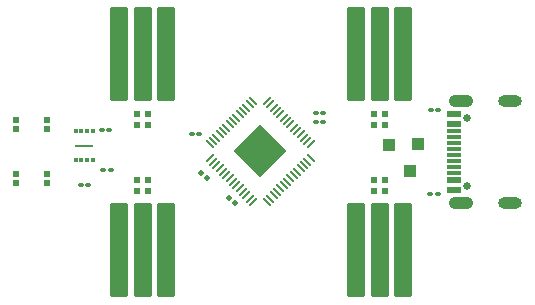
<source format=gbr>
%TF.GenerationSoftware,KiCad,Pcbnew,7.0.6*%
%TF.CreationDate,2023-08-14T23:22:26-07:00*%
%TF.ProjectId,GCP-2,4743502d-322e-46b6-9963-61645f706362,rev?*%
%TF.SameCoordinates,Original*%
%TF.FileFunction,Soldermask,Top*%
%TF.FilePolarity,Negative*%
%FSLAX46Y46*%
G04 Gerber Fmt 4.6, Leading zero omitted, Abs format (unit mm)*
G04 Created by KiCad (PCBNEW 7.0.6) date 2023-08-14 23:22:26*
%MOMM*%
%LPD*%
G01*
G04 APERTURE LIST*
G04 Aperture macros list*
%AMRoundRect*
0 Rectangle with rounded corners*
0 $1 Rounding radius*
0 $2 $3 $4 $5 $6 $7 $8 $9 X,Y pos of 4 corners*
0 Add a 4 corners polygon primitive as box body*
4,1,4,$2,$3,$4,$5,$6,$7,$8,$9,$2,$3,0*
0 Add four circle primitives for the rounded corners*
1,1,$1+$1,$2,$3*
1,1,$1+$1,$4,$5*
1,1,$1+$1,$6,$7*
1,1,$1+$1,$8,$9*
0 Add four rect primitives between the rounded corners*
20,1,$1+$1,$2,$3,$4,$5,0*
20,1,$1+$1,$4,$5,$6,$7,0*
20,1,$1+$1,$6,$7,$8,$9,0*
20,1,$1+$1,$8,$9,$2,$3,0*%
%AMRotRect*
0 Rectangle, with rotation*
0 The origin of the aperture is its center*
0 $1 length*
0 $2 width*
0 $3 Rotation angle, in degrees counterclockwise*
0 Add horizontal line*
21,1,$1,$2,0,0,$3*%
G04 Aperture macros list end*
%ADD10R,1.000000X1.000000*%
%ADD11C,0.650000*%
%ADD12R,1.150000X0.600000*%
%ADD13R,1.150000X0.300000*%
%ADD14O,2.100000X1.050000*%
%ADD15O,2.000000X1.000000*%
%ADD16RoundRect,0.100000X-0.162635X0.021213X0.021213X-0.162635X0.162635X-0.021213X-0.021213X0.162635X0*%
%ADD17RoundRect,0.100000X-0.130000X-0.100000X0.130000X-0.100000X0.130000X0.100000X-0.130000X0.100000X0*%
%ADD18RoundRect,0.100000X0.130000X0.100000X-0.130000X0.100000X-0.130000X-0.100000X0.130000X-0.100000X0*%
%ADD19RoundRect,0.150000X-0.600000X-3.850000X0.600000X-3.850000X0.600000X3.850000X-0.600000X3.850000X0*%
%ADD20RoundRect,0.050000X-0.309359X0.238649X0.238649X-0.309359X0.309359X-0.238649X-0.238649X0.309359X0*%
%ADD21RoundRect,0.050000X-0.309359X-0.238649X-0.238649X-0.309359X0.309359X0.238649X0.238649X0.309359X0*%
%ADD22RotRect,3.200000X3.200000X315.000000*%
%ADD23R,0.550000X0.550000*%
%ADD24RoundRect,0.150000X0.600000X3.850000X-0.600000X3.850000X-0.600000X-3.850000X0.600000X-3.850000X0*%
%ADD25R,0.550000X0.500000*%
%ADD26R,0.300000X0.400000*%
%ADD27R,1.600000X0.200000*%
G04 APERTURE END LIST*
D10*
%TO.C,TP3*%
X210487327Y-146248633D03*
%TD*%
%TO.C,TP2*%
X212927237Y-146160261D03*
%TD*%
%TO.C,TP1*%
X212226284Y-148461640D03*
%TD*%
D11*
%TO.C,J1*%
X217026187Y-149720946D03*
X217026187Y-143940946D03*
D12*
X215951187Y-150030946D03*
X215951187Y-149230946D03*
D13*
X215951187Y-148080946D03*
X215951187Y-147080946D03*
X215951187Y-146580946D03*
X215951187Y-145580946D03*
D12*
X215951187Y-143630946D03*
X215951187Y-144430946D03*
D13*
X215951187Y-145080946D03*
X215951187Y-146080946D03*
X215951187Y-147580946D03*
X215951187Y-148580946D03*
D14*
X216526187Y-151150946D03*
D15*
X220706187Y-151150946D03*
X220706187Y-142510946D03*
D14*
X216526187Y-142510946D03*
%TD*%
D16*
%TO.C,R4*%
X196932145Y-150699966D03*
X197384693Y-151152514D03*
%TD*%
D17*
%TO.C,R6*%
X213970408Y-143306241D03*
X214610408Y-143306241D03*
%TD*%
D18*
%TO.C,R5*%
X214579342Y-150383306D03*
X213939342Y-150383306D03*
%TD*%
%TO.C,R7*%
X186748608Y-144951781D03*
X186108608Y-144951781D03*
%TD*%
D19*
%TO.C,J2*%
X187586408Y-138544241D03*
X189586408Y-138544241D03*
X191586408Y-138544241D03*
%TD*%
D18*
%TO.C,R1*%
X204892408Y-143560241D03*
X204252408Y-143560241D03*
%TD*%
D20*
%TO.C,U1*%
X198941158Y-142525295D03*
X198658315Y-142808138D03*
X198375473Y-143090980D03*
X198092630Y-143373823D03*
X197809787Y-143656666D03*
X197526945Y-143939508D03*
X197244102Y-144222351D03*
X196961259Y-144505194D03*
X196678416Y-144788037D03*
X196395574Y-145070879D03*
X196112731Y-145353722D03*
X195829888Y-145636565D03*
X195547046Y-145919407D03*
X195264203Y-146202250D03*
D21*
X195264203Y-147386654D03*
X195547046Y-147669497D03*
X195829888Y-147952339D03*
X196112731Y-148235182D03*
X196395574Y-148518025D03*
X196678416Y-148800867D03*
X196961259Y-149083710D03*
X197244102Y-149366553D03*
X197526945Y-149649396D03*
X197809787Y-149932238D03*
X198092630Y-150215081D03*
X198375473Y-150497924D03*
X198658315Y-150780766D03*
X198941158Y-151063609D03*
D20*
X200125562Y-151063609D03*
X200408405Y-150780766D03*
X200691247Y-150497924D03*
X200974090Y-150215081D03*
X201256933Y-149932238D03*
X201539775Y-149649396D03*
X201822618Y-149366553D03*
X202105461Y-149083710D03*
X202388304Y-148800867D03*
X202671146Y-148518025D03*
X202953989Y-148235182D03*
X203236832Y-147952339D03*
X203519674Y-147669497D03*
X203802517Y-147386654D03*
D21*
X203802517Y-146202250D03*
X203519674Y-145919407D03*
X203236832Y-145636565D03*
X202953989Y-145353722D03*
X202671146Y-145070879D03*
X202388304Y-144788037D03*
X202105461Y-144505194D03*
X201822618Y-144222351D03*
X201539775Y-143939508D03*
X201256933Y-143656666D03*
X200974090Y-143373823D03*
X200691247Y-143090980D03*
X200408405Y-142808138D03*
X200125562Y-142525295D03*
D22*
X199533360Y-146794452D03*
%TD*%
D23*
%TO.C,L1*%
X189111408Y-144543241D03*
X190061408Y-144543241D03*
X190061408Y-143593241D03*
X189111408Y-143593241D03*
%TD*%
%TO.C,L4*%
X190061408Y-149181241D03*
X189111408Y-149181241D03*
X189111408Y-150131241D03*
X190061408Y-150131241D03*
%TD*%
D16*
%TO.C,R3*%
X194565332Y-148581485D03*
X195017880Y-149034033D03*
%TD*%
D18*
%TO.C,R8*%
X194376000Y-145288000D03*
X193736000Y-145288000D03*
%TD*%
%TO.C,R2*%
X204892408Y-144322241D03*
X204252408Y-144322241D03*
%TD*%
D24*
%TO.C,J5*%
X191586408Y-155180241D03*
X189586408Y-155180241D03*
X187586408Y-155180241D03*
%TD*%
D17*
%TO.C,C10*%
X186227118Y-148380971D03*
X186867118Y-148380971D03*
%TD*%
D25*
%TO.C,SW3*%
X178863408Y-148698000D03*
X178863408Y-149498000D03*
X181513408Y-148698000D03*
X181513408Y-149498000D03*
%TD*%
D23*
%TO.C,L3*%
X210094408Y-149214241D03*
X209144408Y-149214241D03*
X209144408Y-150164241D03*
X210094408Y-150164241D03*
%TD*%
D19*
%TO.C,J3*%
X207652408Y-138544241D03*
X209652408Y-138544241D03*
X211652408Y-138544241D03*
%TD*%
D18*
%TO.C,R9*%
X184978000Y-149606000D03*
X184338000Y-149606000D03*
%TD*%
D25*
%TO.C,SW1*%
X178863408Y-144126000D03*
X178863408Y-144926000D03*
X181513408Y-144126000D03*
X181513408Y-144926000D03*
%TD*%
D24*
%TO.C,J4*%
X211652408Y-155180241D03*
X209652408Y-155180241D03*
X207652408Y-155180241D03*
%TD*%
D23*
%TO.C,L2*%
X209177408Y-144543241D03*
X210127408Y-144543241D03*
X210127408Y-143593241D03*
X209177408Y-143593241D03*
%TD*%
D26*
%TO.C,U2*%
X185408000Y-145104000D03*
X184908000Y-145104000D03*
X184408000Y-145104000D03*
X183908000Y-145104000D03*
X183908000Y-147504000D03*
X184408000Y-147504000D03*
X184908000Y-147504000D03*
X185408000Y-147504000D03*
D27*
X184658000Y-146304000D03*
%TD*%
M02*

</source>
